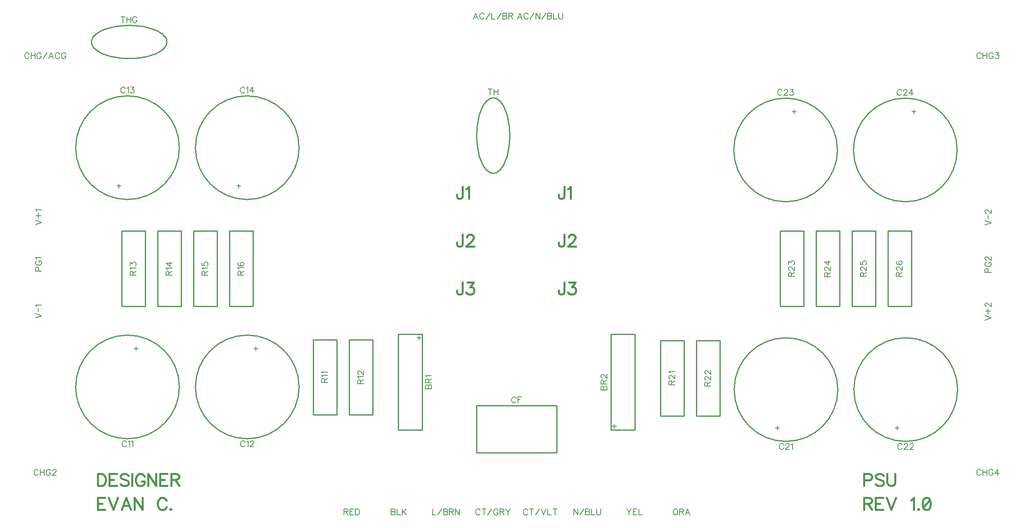
<source format=gbr>
G04 DipTrace 3.3.1.3*
G04 TopSilk.gbr*
%MOMM*%
G04 #@! TF.FileFunction,Legend,Top*
G04 #@! TF.Part,Single*
%ADD10C,0.25*%
%ADD40C,0.19608*%
%ADD41C,0.39216*%
%ADD42C,0.15686*%
%FSLAX35Y35*%
G04*
G71*
G90*
G75*
G01*
G04 TopSilk*
%LPD*%
X9414000Y3135500D2*
D10*
X9922005D1*
Y5167500D1*
X9414000D1*
Y3135500D1*
X14430000Y5167500D2*
X13921995D1*
Y3135500D1*
X14430000D1*
Y5167500D1*
X2567000Y4048767D2*
G02X2567000Y4048767I1100000J0D01*
G01*
X5107000D2*
G02X5107000Y4048767I1100000J0D01*
G01*
X2567000Y9128767D2*
G02X2567000Y9128767I1100000J0D01*
G01*
X5107000D2*
G02X5107000Y9128767I1100000J0D01*
G01*
X16537000Y3992500D2*
G02X16537000Y3992500I1100000J0D01*
G01*
X19077000D2*
G02X19077000Y3992500I1100000J0D01*
G01*
X16529000Y9080500D2*
G02X16529000Y9080500I1100000J0D01*
G01*
X19069000D2*
G02X19069000Y9080500I1100000J0D01*
G01*
X11072000Y3651500D2*
X12772000D1*
Y2651500D1*
X11072000D1*
Y3651500D1*
X7608000Y3454490D2*
X8108000D1*
Y5054510D1*
X7608000D1*
Y3454490D1*
X8370000D2*
X8870000D1*
Y5054510D1*
X8370000D1*
Y3454490D1*
X4044000Y7360510D2*
X3544000D1*
Y5760490D1*
X4044000D1*
Y7360510D1*
X4806000D2*
X4306000D1*
Y5760490D1*
X4806000D1*
Y7360510D1*
X5568000D2*
X5068000D1*
Y5760490D1*
X5568000D1*
Y7360510D1*
X6330000D2*
X5830000D1*
Y5760490D1*
X6330000D1*
Y7360510D1*
X15474000Y5034510D2*
X14974000D1*
Y3434490D1*
X15474000D1*
Y5034510D1*
X16236000D2*
X15736000D1*
Y3434490D1*
X16236000D1*
Y5034510D1*
X18014000Y7360510D2*
X17514000D1*
Y5760490D1*
X18014000D1*
Y7360510D1*
X18776000D2*
X18276000D1*
Y5760490D1*
X18776000D1*
Y7360510D1*
X19538000D2*
X19038000D1*
Y5760490D1*
X19538000D1*
Y7360510D1*
X20300000D2*
X19800000D1*
Y5760490D1*
X20300000D1*
Y7360510D1*
X11072000Y9389500D2*
X11072853Y9445305D1*
X11075406Y9500838D1*
X11079648Y9555829D1*
X11085558Y9610010D1*
X11093108Y9663116D1*
X11102259Y9714889D1*
X11112968Y9765077D1*
X11125183Y9813435D1*
X11138844Y9859728D1*
X11153884Y9903730D1*
X11170231Y9945227D1*
X11187804Y9984016D1*
X11206518Y10019909D1*
X11226282Y10052730D1*
X11247000Y10082320D1*
X11268570Y10108535D1*
X11290888Y10131247D1*
X11313844Y10150345D1*
X11337327Y10165737D1*
X11361223Y10177346D1*
X11385415Y10185118D1*
X11409785Y10189013D1*
X11434215D1*
X11458585Y10185118D1*
X11482777Y10177346D1*
X11506673Y10165737D1*
X11530156Y10150345D1*
X11553112Y10131247D1*
X11575430Y10108535D1*
X11597000Y10082320D1*
X11617718Y10052730D1*
X11637482Y10019909D1*
X11656196Y9984016D1*
X11673769Y9945227D1*
X11690116Y9903730D1*
X11705156Y9859728D1*
X11718817Y9813435D1*
X11731032Y9765077D1*
X11741741Y9714889D1*
X11750892Y9663116D1*
X11758442Y9610010D1*
X11764352Y9555829D1*
X11768594Y9500838D1*
X11771147Y9445305D1*
X11772000Y9389500D1*
X11771147Y9333695D1*
X11768594Y9278162D1*
X11764352Y9223171D1*
X11758442Y9168990D1*
X11750892Y9115884D1*
X11741741Y9064111D1*
X11731032Y9013923D1*
X11718817Y8965565D1*
X11705156Y8919272D1*
X11690116Y8875270D1*
X11673769Y8833773D1*
X11656196Y8794984D1*
X11637482Y8759091D1*
X11617718Y8726270D1*
X11597000Y8696680D1*
X11575430Y8670465D1*
X11553112Y8647753D1*
X11530156Y8628655D1*
X11506673Y8613263D1*
X11482777Y8601654D1*
X11458585Y8593882D1*
X11434215Y8589987D1*
X11409785D1*
X11385415Y8593882D1*
X11361223Y8601654D1*
X11337327Y8613263D1*
X11313844Y8628655D1*
X11290888Y8647753D1*
X11268570Y8670465D1*
X11247000Y8696680D1*
X11226282Y8726270D1*
X11206518Y8759091D1*
X11187804Y8794984D1*
X11170231Y8833773D1*
X11153884Y8875270D1*
X11138844Y8919272D1*
X11125183Y8965565D1*
X11112968Y9013923D1*
X11102259Y9064111D1*
X11093108Y9115884D1*
X11085558Y9168990D1*
X11079648Y9223171D1*
X11075406Y9278162D1*
X11072853Y9333695D1*
X11072000Y9389500D1*
X2897000Y11376500D2*
X2898949Y11400915D1*
X2904786Y11425211D1*
X2914482Y11449269D1*
X2927991Y11472973D1*
X2945246Y11496207D1*
X2966164Y11518858D1*
X2990642Y11540815D1*
X3018562Y11561972D1*
X3049786Y11582225D1*
X3084164Y11601476D1*
X3121528Y11619630D1*
X3161696Y11636601D1*
X3204471Y11652304D1*
X3249646Y11666663D1*
X3297000Y11679609D1*
X3346303Y11691078D1*
X3397315Y11701014D1*
X3449786Y11709370D1*
X3503462Y11716104D1*
X3558081Y11721183D1*
X3613377Y11724583D1*
X3669080Y11726287D1*
X3724920D1*
X3780623Y11724583D1*
X3835919Y11721183D1*
X3890538Y11716104D1*
X3944214Y11709370D1*
X3996685Y11701014D1*
X4047697Y11691078D1*
X4097000Y11679609D1*
X4144354Y11666663D1*
X4189529Y11652304D1*
X4232304Y11636601D1*
X4272472Y11619630D1*
X4309836Y11601476D1*
X4344214Y11582225D1*
X4375438Y11561972D1*
X4403358Y11540815D1*
X4427836Y11518858D1*
X4448754Y11496207D1*
X4466009Y11472973D1*
X4479518Y11449269D1*
X4489214Y11425211D1*
X4495051Y11400915D1*
X4497000Y11376500D1*
X4495051Y11352085D1*
X4489214Y11327789D1*
X4479518Y11303731D1*
X4466009Y11280027D1*
X4448754Y11256793D1*
X4427836Y11234142D1*
X4403358Y11212185D1*
X4375438Y11191028D1*
X4344214Y11170775D1*
X4309836Y11151524D1*
X4272472Y11133370D1*
X4232304Y11116399D1*
X4189529Y11100696D1*
X4144354Y11086337D1*
X4097000Y11073391D1*
X4047697Y11061922D1*
X3996685Y11051986D1*
X3944214Y11043630D1*
X3890538Y11036896D1*
X3835919Y11031817D1*
X3780623Y11028417D1*
X3724920Y11026713D1*
X3669080D1*
X3613377Y11028417D1*
X3558081Y11031817D1*
X3503462Y11036896D1*
X3449786Y11043630D1*
X3397315Y11051986D1*
X3346303Y11061922D1*
X3297000Y11073391D1*
X3249646Y11086337D1*
X3204471Y11100696D1*
X3161696Y11116399D1*
X3121528Y11133370D1*
X3084164Y11151524D1*
X3049786Y11170775D1*
X3018562Y11191028D1*
X2990642Y11212185D1*
X2966164Y11234142D1*
X2945246Y11256793D1*
X2927991Y11280027D1*
X2914482Y11303731D1*
X2904786Y11327789D1*
X2898949Y11352085D1*
X2897000Y11376500D1*
X11100865Y11859877D2*
D40*
X11052152Y11987487D1*
X11003579Y11859877D1*
X11021829Y11902414D2*
X11082615D1*
X11231191Y11957164D2*
X11225154Y11969237D1*
X11212941Y11981450D1*
X11200868Y11987487D1*
X11176581D1*
X11164368Y11981450D1*
X11152295Y11969237D1*
X11146118Y11957164D1*
X11140081Y11938914D1*
Y11908450D1*
X11146118Y11890340D1*
X11152295Y11878127D1*
X11164368Y11866054D1*
X11176581Y11859877D1*
X11200868D1*
X11212941Y11866054D1*
X11225154Y11878127D1*
X11231191Y11890340D1*
X11270406Y11859877D2*
X11355480Y11987346D1*
X11394695Y11987487D2*
Y11859877D1*
X11467555D1*
X11506770D2*
X11591844Y11987346D1*
X11631059Y11987487D2*
Y11859877D1*
X11685809D1*
X11704059Y11866054D1*
X11710096Y11872090D1*
X11716132Y11884164D1*
Y11902414D1*
X11710096Y11914627D1*
X11704059Y11920664D1*
X11685809Y11926700D1*
X11704059Y11932877D1*
X11710096Y11938914D1*
X11716132Y11950987D1*
Y11963200D1*
X11710096Y11975273D1*
X11704059Y11981450D1*
X11685809Y11987487D1*
X11631059D1*
Y11926700D2*
X11685809D1*
X11755348D2*
X11809958D1*
X11828208Y11932877D1*
X11834385Y11938914D1*
X11840421Y11950987D1*
Y11963200D1*
X11834385Y11975273D1*
X11828208Y11981450D1*
X11809958Y11987487D1*
X11755348D1*
Y11859877D1*
X11797885Y11926700D2*
X11840421Y11859877D1*
X12038721D2*
X11990008Y11987487D1*
X11941435Y11859877D1*
X11959685Y11902414D2*
X12020471D1*
X12169046Y11957164D2*
X12163010Y11969237D1*
X12150796Y11981450D1*
X12138723Y11987487D1*
X12114437D1*
X12102223Y11981450D1*
X12090150Y11969237D1*
X12083973Y11957164D1*
X12077937Y11938914D1*
Y11908450D1*
X12083973Y11890340D1*
X12090150Y11878127D1*
X12102223Y11866054D1*
X12114437Y11859877D1*
X12138723D1*
X12150796Y11866054D1*
X12163010Y11878127D1*
X12169046Y11890340D1*
X12208262Y11859877D2*
X12293335Y11987346D1*
X12417624Y11987487D2*
Y11859877D1*
X12332551Y11987487D1*
Y11859877D1*
X12456840D2*
X12541913Y11987346D1*
X12581128Y11987487D2*
Y11859877D1*
X12635878D1*
X12654128Y11866054D1*
X12660165Y11872090D1*
X12666201Y11884164D1*
Y11902414D1*
X12660165Y11914627D1*
X12654128Y11920664D1*
X12635878Y11926700D1*
X12654128Y11932877D1*
X12660165Y11938914D1*
X12666201Y11950987D1*
Y11963200D1*
X12660165Y11975273D1*
X12654128Y11981450D1*
X12635878Y11987487D1*
X12581128D1*
Y11926700D2*
X12635878D1*
X12705417Y11987487D2*
Y11859877D1*
X12778277D1*
X12817492Y11987487D2*
Y11896377D1*
X12823529Y11878127D1*
X12835742Y11866054D1*
X12853992Y11859877D1*
X12866065D1*
X12884315Y11866054D1*
X12896529Y11878127D1*
X12902565Y11896377D1*
Y11987487D1*
X9261281Y1458425D2*
Y1330815D1*
X9316031D1*
X9334281Y1336992D1*
X9340318Y1343029D1*
X9346355Y1355102D1*
Y1373352D1*
X9340318Y1385565D1*
X9334281Y1391602D1*
X9316031Y1397638D1*
X9334281Y1403815D1*
X9340318Y1409852D1*
X9346355Y1421925D1*
Y1434138D1*
X9340318Y1446211D1*
X9334281Y1452388D1*
X9316031Y1458425D1*
X9261281D1*
Y1397638D2*
X9316031D1*
X9385570Y1458425D2*
Y1330815D1*
X9458430D1*
X9497645Y1458425D2*
Y1330815D1*
X9582719Y1458425D2*
X9497645Y1373352D1*
X9527969Y1403815D2*
X9582719Y1330815D1*
X9989575Y4011980D2*
X10117185D1*
Y4066730D1*
X10111008Y4084980D1*
X10104971Y4091016D1*
X10092898Y4097053D1*
X10074648D1*
X10062435Y4091016D1*
X10056398Y4084980D1*
X10050362Y4066730D1*
X10044185Y4084980D1*
X10038148Y4091016D1*
X10026075Y4097053D1*
X10013862D1*
X10001789Y4091016D1*
X9995612Y4084980D1*
X9989575Y4066730D1*
Y4011980D1*
X10050362D2*
Y4066730D1*
Y4136268D2*
Y4190878D1*
X10044185Y4209128D1*
X10038148Y4215305D1*
X10026075Y4221341D1*
X10013862D1*
X10001789Y4215305D1*
X9995612Y4209128D1*
X9989575Y4190878D1*
Y4136268D1*
X10117185D1*
X10050362Y4178805D2*
X10117185Y4221341D1*
X10014002Y4260557D2*
X10007825Y4272771D1*
X9989716Y4291021D1*
X10117185D1*
X13711513Y3984675D2*
X13839123D1*
Y4039425D1*
X13832946Y4057675D1*
X13826910Y4063711D1*
X13814837Y4069748D1*
X13796587D1*
X13784373Y4063711D1*
X13778337Y4057675D1*
X13772300Y4039425D1*
X13766123Y4057675D1*
X13760087Y4063711D1*
X13748014Y4069748D1*
X13735800D1*
X13723727Y4063712D1*
X13717550Y4057675D1*
X13711513Y4039425D1*
Y3984675D1*
X13772300D2*
Y4039425D1*
Y4108964D2*
Y4163573D1*
X13766123Y4181823D1*
X13760087Y4188000D1*
X13748014Y4194037D1*
X13735800D1*
X13723727Y4188000D1*
X13717550Y4181823D1*
X13711514Y4163573D1*
Y4108964D1*
X13839123D1*
X13772300Y4151500D2*
X13839123Y4194037D1*
X13741977Y4239429D2*
X13735940D1*
X13723727Y4245466D1*
X13717690Y4251502D1*
X13711654Y4263716D1*
Y4288002D1*
X13717690Y4300075D1*
X13723727Y4306112D1*
X13735940Y4312289D1*
X13748014D1*
X13760227Y4306112D1*
X13778337Y4294039D1*
X13839123Y4233252D1*
Y4318325D1*
X3642876Y2875369D2*
X3636839Y2887442D1*
X3624626Y2899655D1*
X3612553Y2905692D1*
X3588266D1*
X3576053Y2899655D1*
X3563980Y2887442D1*
X3557803Y2875369D1*
X3551766Y2857119D1*
Y2826655D1*
X3557803Y2808545D1*
X3563980Y2796332D1*
X3576053Y2784259D1*
X3588266Y2778082D1*
X3612553D1*
X3624626Y2784259D1*
X3636839Y2796332D1*
X3642876Y2808545D1*
X3682091Y2881265D2*
X3694305Y2887442D1*
X3712555Y2905551D1*
Y2778082D1*
X3751770Y2881265D2*
X3763984Y2887442D1*
X3782234Y2905551D1*
Y2778082D1*
X6155571Y2875369D2*
X6149534Y2887442D1*
X6137321Y2899655D1*
X6125248Y2905692D1*
X6100961D1*
X6088748Y2899655D1*
X6076675Y2887442D1*
X6070498Y2875369D1*
X6064461Y2857119D1*
Y2826655D1*
X6070498Y2808545D1*
X6076675Y2796332D1*
X6088748Y2784259D1*
X6100961Y2778082D1*
X6125248D1*
X6137321Y2784259D1*
X6149534Y2796332D1*
X6155571Y2808545D1*
X6194787Y2881265D2*
X6207000Y2887442D1*
X6225250Y2905551D1*
Y2778082D1*
X6270643Y2875228D2*
Y2881265D1*
X6276679Y2893478D1*
X6282716Y2899515D1*
X6294929Y2905551D1*
X6319216D1*
X6331289Y2899515D1*
X6337325Y2893478D1*
X6343502Y2881265D1*
Y2869192D1*
X6337325Y2856978D1*
X6325252Y2838869D1*
X6264466Y2778082D1*
X6349539D1*
X3615571Y10384430D2*
X3609534Y10396503D1*
X3597321Y10408717D1*
X3585248Y10414753D1*
X3560961D1*
X3548748Y10408717D1*
X3536675Y10396503D1*
X3530498Y10384430D1*
X3524461Y10366180D1*
Y10335717D1*
X3530498Y10317607D1*
X3536675Y10305394D1*
X3548748Y10293321D1*
X3560961Y10287144D1*
X3585248D1*
X3597321Y10293321D1*
X3609534Y10305394D1*
X3615571Y10317607D1*
X3654787Y10390326D2*
X3667000Y10396503D1*
X3685250Y10414613D1*
Y10287144D1*
X3736679Y10414613D2*
X3803362D1*
X3767002Y10366040D1*
X3785252D1*
X3797325Y10360003D1*
X3803362Y10353967D1*
X3809539Y10335717D1*
Y10323644D1*
X3803362Y10305394D1*
X3791289Y10293180D1*
X3773039Y10287144D1*
X3754789D1*
X3736679Y10293180D1*
X3730643Y10299357D1*
X3724466Y10311430D1*
X6152553Y10384430D2*
X6146516Y10396503D1*
X6134303Y10408717D1*
X6122230Y10414753D1*
X6097943D1*
X6085730Y10408717D1*
X6073656Y10396503D1*
X6067480Y10384430D1*
X6061443Y10366180D1*
Y10335717D1*
X6067480Y10317607D1*
X6073656Y10305394D1*
X6085730Y10293321D1*
X6097943Y10287144D1*
X6122230D1*
X6134303Y10293321D1*
X6146516Y10305394D1*
X6152553Y10317607D1*
X6191768Y10390326D2*
X6203982Y10396503D1*
X6222232Y10414613D1*
Y10287144D1*
X6322234D2*
Y10414613D1*
X6261447Y10329680D1*
X6352557D1*
X17585571Y2819102D2*
X17579534Y2831175D1*
X17567321Y2843388D1*
X17555248Y2849425D1*
X17530961D1*
X17518748Y2843388D1*
X17506675Y2831175D1*
X17500498Y2819102D1*
X17494461Y2800852D1*
Y2770388D1*
X17500498Y2752279D1*
X17506675Y2740065D1*
X17518748Y2727992D1*
X17530961Y2721815D1*
X17555248D1*
X17567321Y2727992D1*
X17579534Y2740065D1*
X17585571Y2752279D1*
X17630963Y2818961D2*
Y2824998D1*
X17637000Y2837211D1*
X17643037Y2843248D1*
X17655250Y2849285D1*
X17679537D1*
X17691610Y2843248D1*
X17697646Y2837211D1*
X17703823Y2824998D1*
Y2812925D1*
X17697646Y2800711D1*
X17685573Y2782602D1*
X17624787Y2721815D1*
X17709860D1*
X17749075Y2824998D2*
X17761289Y2831175D1*
X17779539Y2849285D1*
Y2721815D1*
X20098266Y2819102D2*
X20092230Y2831175D1*
X20080016Y2843388D1*
X20067943Y2849425D1*
X20043656D1*
X20031443Y2843388D1*
X20019370Y2831175D1*
X20013193Y2819102D1*
X20007156Y2800852D1*
Y2770388D1*
X20013193Y2752279D1*
X20019370Y2740065D1*
X20031443Y2727992D1*
X20043656Y2721815D1*
X20067943D1*
X20080016Y2727992D1*
X20092230Y2740065D1*
X20098266Y2752279D1*
X20143659Y2818961D2*
Y2824998D1*
X20149695Y2837211D1*
X20155732Y2843248D1*
X20167945Y2849285D1*
X20192232D1*
X20204305Y2843248D1*
X20210341Y2837211D1*
X20216518Y2824998D1*
Y2812925D1*
X20210341Y2800711D1*
X20198268Y2782602D1*
X20137482Y2721815D1*
X20222555D1*
X20267947Y2818961D2*
Y2824998D1*
X20273984Y2837211D1*
X20280020Y2843248D1*
X20292234Y2849285D1*
X20316520D1*
X20328594Y2843248D1*
X20334630Y2837211D1*
X20340807Y2824998D1*
Y2812925D1*
X20334630Y2800711D1*
X20322557Y2782602D1*
X20261770Y2721815D1*
X20346844D1*
X17550266Y10336164D2*
X17544230Y10348237D1*
X17532016Y10360450D1*
X17519943Y10366487D1*
X17495656D1*
X17483443Y10360450D1*
X17471370Y10348237D1*
X17465193Y10336164D1*
X17459156Y10317914D1*
Y10287450D1*
X17465193Y10269340D1*
X17471370Y10257127D1*
X17483443Y10245054D1*
X17495656Y10238877D1*
X17519943D1*
X17532016Y10245054D1*
X17544230Y10257127D1*
X17550266Y10269340D1*
X17595659Y10336023D2*
Y10342060D1*
X17601695Y10354273D1*
X17607732Y10360310D1*
X17619945Y10366346D1*
X17644232D1*
X17656305Y10360310D1*
X17662341Y10354273D1*
X17668518Y10342060D1*
Y10329987D1*
X17662341Y10317773D1*
X17650268Y10299664D1*
X17589482Y10238877D1*
X17674555D1*
X17725984Y10366346D2*
X17792667D1*
X17756307Y10317773D1*
X17774557D1*
X17786630Y10311737D1*
X17792667Y10305700D1*
X17798844Y10287450D1*
Y10275377D1*
X17792667Y10257127D1*
X17780594Y10244914D1*
X17762344Y10238877D1*
X17744094D1*
X17725984Y10244914D1*
X17719947Y10251090D1*
X17713770Y10263164D1*
X20087248Y10336164D2*
X20081211Y10348237D1*
X20068998Y10360450D1*
X20056925Y10366487D1*
X20032638D1*
X20020425Y10360450D1*
X20008352Y10348237D1*
X20002175Y10336164D1*
X19996138Y10317914D1*
Y10287450D1*
X20002175Y10269340D1*
X20008352Y10257127D1*
X20020425Y10245054D1*
X20032638Y10238877D1*
X20056925D1*
X20068998Y10245054D1*
X20081211Y10257127D1*
X20087248Y10269340D1*
X20132640Y10336023D2*
Y10342060D1*
X20138677Y10354273D1*
X20144713Y10360310D1*
X20156927Y10366346D1*
X20181213D1*
X20193287Y10360310D1*
X20199323Y10354273D1*
X20205500Y10342060D1*
Y10329987D1*
X20199323Y10317773D1*
X20187250Y10299664D1*
X20126463Y10238877D1*
X20211537D1*
X20311539D2*
Y10366346D1*
X20250752Y10281414D1*
X20341862D1*
X11908429Y3807164D2*
X11902392Y3819237D1*
X11890179Y3831450D1*
X11878106Y3837487D1*
X11853819D1*
X11841606Y3831450D1*
X11829533Y3819237D1*
X11823356Y3807164D1*
X11817319Y3788914D1*
Y3758450D1*
X11823356Y3740340D1*
X11829533Y3728127D1*
X11841606Y3716054D1*
X11853819Y3709877D1*
X11878106D1*
X11890179Y3716054D1*
X11902392Y3728127D1*
X11908429Y3740340D1*
X12026681Y3837487D2*
X11947644D1*
Y3709877D1*
Y3776700D2*
X11996217D1*
X1778103Y2269104D2*
X1772067Y2281177D1*
X1759853Y2293390D1*
X1747780Y2299427D1*
X1723494D1*
X1711280Y2293390D1*
X1699207Y2281177D1*
X1693030Y2269104D1*
X1686994Y2250854D1*
Y2220390D1*
X1693030Y2202280D1*
X1699207Y2190067D1*
X1711280Y2177994D1*
X1723494Y2171817D1*
X1747780D1*
X1759853Y2177994D1*
X1772067Y2190067D1*
X1778103Y2202280D1*
X1817319Y2299427D2*
Y2171817D1*
X1902392Y2299427D2*
Y2171817D1*
X1817319Y2238640D2*
X1902392D1*
X2032717Y2269104D2*
X2026681Y2281177D1*
X2014467Y2293390D1*
X2002394Y2299427D1*
X1978108D1*
X1965894Y2293390D1*
X1953821Y2281177D1*
X1947644Y2269104D1*
X1941608Y2250854D1*
Y2220390D1*
X1947644Y2202280D1*
X1953821Y2190067D1*
X1965894Y2177994D1*
X1978108Y2171817D1*
X2002394D1*
X2014467Y2177994D1*
X2026681Y2190067D1*
X2032717Y2202280D1*
Y2220390D1*
X2002394D1*
X2078110Y2268963D2*
Y2275000D1*
X2084147Y2287213D1*
X2090183Y2293250D1*
X2102397Y2299286D1*
X2126683D1*
X2138756Y2293250D1*
X2144793Y2287213D1*
X2150970Y2275000D1*
Y2262927D1*
X2144793Y2250713D1*
X2132720Y2232604D1*
X2071933Y2171817D1*
X2157006D1*
X21778103Y11116162D2*
X21772067Y11128235D1*
X21759853Y11140448D1*
X21747780Y11146485D1*
X21723494D1*
X21711280Y11140448D1*
X21699207Y11128235D1*
X21693030Y11116162D1*
X21686994Y11097912D1*
Y11067448D1*
X21693030Y11049339D1*
X21699207Y11037125D1*
X21711280Y11025052D1*
X21723494Y11018875D1*
X21747780D1*
X21759853Y11025052D1*
X21772067Y11037125D1*
X21778103Y11049339D1*
X21817319Y11146485D2*
Y11018875D1*
X21902392Y11146485D2*
Y11018875D1*
X21817319Y11085698D2*
X21902392D1*
X22032717Y11116162D2*
X22026681Y11128235D1*
X22014467Y11140448D1*
X22002394Y11146485D1*
X21978108D1*
X21965894Y11140448D1*
X21953821Y11128235D1*
X21947644Y11116162D1*
X21941608Y11097912D1*
Y11067448D1*
X21947644Y11049339D1*
X21953821Y11037125D1*
X21965894Y11025052D1*
X21978108Y11018875D1*
X22002394D1*
X22014467Y11025052D1*
X22026681Y11037125D1*
X22032717Y11049339D1*
Y11067448D1*
X22002394D1*
X22084147Y11146345D2*
X22150829D1*
X22114470Y11097771D1*
X22132720D1*
X22144793Y11091735D1*
X22150829Y11085698D1*
X22157006Y11067448D1*
Y11055375D1*
X22150829Y11037125D1*
X22138756Y11024912D1*
X22120506Y11018875D1*
X22102256D1*
X22084147Y11024912D1*
X22078110Y11031089D1*
X22071933Y11043162D1*
X21775085Y2269104D2*
X21769049Y2281177D1*
X21756835Y2293390D1*
X21744762Y2299427D1*
X21720476D1*
X21708262Y2293390D1*
X21696189Y2281177D1*
X21690012Y2269104D1*
X21683976Y2250854D1*
Y2220390D1*
X21690012Y2202280D1*
X21696189Y2190067D1*
X21708262Y2177994D1*
X21720476Y2171817D1*
X21744762D1*
X21756835Y2177994D1*
X21769049Y2190067D1*
X21775085Y2202280D1*
X21814301Y2299427D2*
Y2171817D1*
X21899374Y2299427D2*
Y2171817D1*
X21814301Y2238640D2*
X21899374D1*
X22029699Y2269104D2*
X22023663Y2281177D1*
X22011449Y2293390D1*
X21999376Y2299427D1*
X21975090D1*
X21962876Y2293390D1*
X21950803Y2281177D1*
X21944626Y2269104D1*
X21938590Y2250854D1*
Y2220390D1*
X21944626Y2202280D1*
X21950803Y2190067D1*
X21962876Y2177994D1*
X21975090Y2171817D1*
X21999376D1*
X22011449Y2177994D1*
X22023663Y2190067D1*
X22029699Y2202280D1*
Y2220390D1*
X21999376D1*
X22129701Y2171817D2*
Y2299286D1*
X22068915Y2214354D1*
X22160024D1*
X1579527Y11116162D2*
X1573490Y11128235D1*
X1561277Y11140448D1*
X1549204Y11146485D1*
X1524917D1*
X1512704Y11140448D1*
X1500631Y11128235D1*
X1494454Y11116162D1*
X1488417Y11097912D1*
Y11067448D1*
X1494454Y11049339D1*
X1500631Y11037125D1*
X1512704Y11025052D1*
X1524917Y11018875D1*
X1549204D1*
X1561277Y11025052D1*
X1573490Y11037125D1*
X1579527Y11049339D1*
X1618743Y11146485D2*
Y11018875D1*
X1703816Y11146485D2*
Y11018875D1*
X1618743Y11085698D2*
X1703816D1*
X1834141Y11116162D2*
X1828105Y11128235D1*
X1815891Y11140448D1*
X1803818Y11146485D1*
X1779531D1*
X1767318Y11140448D1*
X1755245Y11128235D1*
X1749068Y11116162D1*
X1743031Y11097912D1*
Y11067448D1*
X1749068Y11049339D1*
X1755245Y11037125D1*
X1767318Y11025052D1*
X1779531Y11018875D1*
X1803818D1*
X1815891Y11025052D1*
X1828105Y11037125D1*
X1834141Y11049339D1*
Y11067448D1*
X1803818D1*
X1873357Y11018875D2*
X1958430Y11146345D1*
X2094932Y11018875D2*
X2046219Y11146485D1*
X1997645Y11018875D1*
X2015895Y11061412D2*
X2076682D1*
X2225257Y11116162D2*
X2219221Y11128235D1*
X2207007Y11140448D1*
X2194934Y11146485D1*
X2170648D1*
X2158434Y11140448D1*
X2146361Y11128235D1*
X2140184Y11116162D1*
X2134148Y11097912D1*
Y11067448D1*
X2140184Y11049339D1*
X2146361Y11037125D1*
X2158434Y11025052D1*
X2170648Y11018875D1*
X2194934D1*
X2207007Y11025052D1*
X2219221Y11037125D1*
X2225257Y11049339D1*
X2355583Y11116162D2*
X2349546Y11128235D1*
X2337333Y11140448D1*
X2325260Y11146485D1*
X2300973D1*
X2288760Y11140448D1*
X2276686Y11128235D1*
X2270510Y11116162D1*
X2264473Y11097912D1*
Y11067448D1*
X2270510Y11049339D1*
X2276686Y11037125D1*
X2288760Y11025052D1*
X2300973Y11018875D1*
X2325260D1*
X2337333Y11025052D1*
X2349546Y11037125D1*
X2355583Y11049339D1*
Y11067448D1*
X2325260D1*
X11147778Y1428102D2*
X11141742Y1440175D1*
X11129528Y1452388D1*
X11117455Y1458425D1*
X11093168D1*
X11080955Y1452388D1*
X11068882Y1440175D1*
X11062705Y1428102D1*
X11056668Y1409852D1*
Y1379388D1*
X11062705Y1361279D1*
X11068882Y1349065D1*
X11080955Y1336992D1*
X11093168Y1330815D1*
X11117455D1*
X11129528Y1336992D1*
X11141742Y1349065D1*
X11147778Y1361279D1*
X11229530Y1458425D2*
Y1330815D1*
X11186994Y1458425D2*
X11272067D1*
X11311283Y1330815D2*
X11396356Y1458285D1*
X11526681Y1428102D2*
X11520644Y1440175D1*
X11508431Y1452388D1*
X11496358Y1458425D1*
X11472071D1*
X11459858Y1452388D1*
X11447785Y1440175D1*
X11441608Y1428102D1*
X11435571Y1409852D1*
Y1379388D1*
X11441608Y1361279D1*
X11447785Y1349065D1*
X11459858Y1336992D1*
X11472071Y1330815D1*
X11496358D1*
X11508431Y1336992D1*
X11520644Y1349065D1*
X11526681Y1361279D1*
Y1379388D1*
X11496358D1*
X11565897Y1397638D2*
X11620506D1*
X11638756Y1403815D1*
X11644933Y1409852D1*
X11650970Y1421925D1*
Y1434138D1*
X11644933Y1446211D1*
X11638756Y1452388D1*
X11620506Y1458425D1*
X11565897D1*
Y1330815D1*
X11608433Y1397638D2*
X11650970Y1330815D1*
X11690185Y1458425D2*
X11738758Y1397638D1*
Y1330815D1*
X11787332Y1458425D2*
X11738758Y1397638D1*
X12156903Y1428102D2*
X12150867Y1440175D1*
X12138653Y1452388D1*
X12126580Y1458425D1*
X12102293D1*
X12090080Y1452388D1*
X12078007Y1440175D1*
X12071830Y1428102D1*
X12065793Y1409852D1*
Y1379388D1*
X12071830Y1361279D1*
X12078007Y1349065D1*
X12090080Y1336992D1*
X12102293Y1330815D1*
X12126580D1*
X12138653Y1336992D1*
X12150867Y1349065D1*
X12156903Y1361279D1*
X12238655Y1458425D2*
Y1330815D1*
X12196119Y1458425D2*
X12281192D1*
X12320408Y1330815D2*
X12405481Y1458285D1*
X12444696Y1458425D2*
X12493269Y1330815D1*
X12541842Y1458425D1*
X12581058D2*
Y1330815D1*
X12653918D1*
X12735670Y1458425D2*
Y1330815D1*
X12693133Y1458425D2*
X12778207D1*
X10136993D2*
Y1330815D1*
X10209852D1*
X10249068D2*
X10334141Y1458285D1*
X10373357Y1458425D2*
Y1330815D1*
X10428107D1*
X10446357Y1336992D1*
X10452393Y1343029D1*
X10458430Y1355102D1*
Y1373352D1*
X10452393Y1385565D1*
X10446357Y1391602D1*
X10428107Y1397638D1*
X10446357Y1403815D1*
X10452393Y1409852D1*
X10458430Y1421925D1*
Y1434138D1*
X10452393Y1446211D1*
X10446357Y1452388D1*
X10428107Y1458425D1*
X10373357D1*
Y1397638D2*
X10428107D1*
X10497645D2*
X10552255D1*
X10570505Y1403815D1*
X10576682Y1409852D1*
X10582719Y1421925D1*
Y1434138D1*
X10576682Y1446211D1*
X10570505Y1452388D1*
X10552255Y1458425D1*
X10497645D1*
Y1330815D1*
X10540182Y1397638D2*
X10582719Y1330815D1*
X10707007Y1458425D2*
Y1330815D1*
X10621934Y1458425D1*
Y1330815D1*
X13222066Y1458425D2*
Y1330815D1*
X13136993Y1458425D1*
Y1330815D1*
X13261281D2*
X13346355Y1458285D1*
X13385570Y1458425D2*
Y1330815D1*
X13440320D1*
X13458570Y1336992D1*
X13464607Y1343029D1*
X13470643Y1355102D1*
Y1373352D1*
X13464607Y1385565D1*
X13458570Y1391602D1*
X13440320Y1397638D1*
X13458570Y1403815D1*
X13464607Y1409852D1*
X13470643Y1421925D1*
Y1434138D1*
X13464607Y1446211D1*
X13458570Y1452388D1*
X13440320Y1458425D1*
X13385570D1*
Y1397638D2*
X13440320D1*
X13509859Y1458425D2*
Y1330815D1*
X13582719D1*
X13621934Y1458425D2*
Y1367315D1*
X13627971Y1349065D1*
X13640184Y1336992D1*
X13658434Y1330815D1*
X13670507D1*
X13688757Y1336992D1*
X13700971Y1349065D1*
X13707007Y1367315D1*
Y1458425D1*
X15279531D2*
X15267318Y1452388D1*
X15255245Y1440175D1*
X15249068Y1428102D1*
X15243031Y1409852D1*
Y1379388D1*
X15249068Y1361279D1*
X15255245Y1349065D1*
X15267318Y1336992D1*
X15279531Y1330815D1*
X15303818D1*
X15315891Y1336992D1*
X15328105Y1349065D1*
X15334141Y1361279D1*
X15340178Y1379388D1*
Y1409852D1*
X15334141Y1428102D1*
X15328105Y1440175D1*
X15315891Y1452388D1*
X15303818Y1458425D1*
X15279531D1*
X15379393Y1397638D2*
X15434003D1*
X15452253Y1403815D1*
X15458430Y1409852D1*
X15464466Y1421925D1*
Y1434138D1*
X15458430Y1446211D1*
X15452253Y1452388D1*
X15434003Y1458425D1*
X15379393D1*
Y1330815D1*
X15421930Y1397638D2*
X15464466Y1330815D1*
X15600969D2*
X15552255Y1458425D1*
X15503682Y1330815D1*
X15521932Y1373352D2*
X15582719D1*
X1779836Y6508962D2*
X1779837Y6563712D1*
X1773800Y6581821D1*
X1767623Y6587998D1*
X1755550Y6594035D1*
X1737300D1*
X1725227Y6587998D1*
X1719050Y6581821D1*
X1713013Y6563712D1*
Y6508962D1*
X1840623D1*
X1743337Y6724360D2*
X1731264Y6718323D1*
X1719050Y6706110D1*
X1713014Y6694037D1*
Y6669750D1*
X1719050Y6657537D1*
X1731264Y6645464D1*
X1743337Y6639287D1*
X1761587Y6633250D1*
X1792050D1*
X1810160Y6639287D1*
X1822373Y6645464D1*
X1834446Y6657537D1*
X1840623Y6669750D1*
Y6694037D1*
X1834446Y6706110D1*
X1822373Y6718323D1*
X1810160Y6724360D1*
X1792050D1*
Y6694037D1*
X1737440Y6763575D2*
X1731264Y6775789D1*
X1713154Y6794039D1*
X1840623D1*
X21927898Y6481657D2*
Y6536407D1*
X21921862Y6554516D1*
X21915685Y6560693D1*
X21903612Y6566730D1*
X21885362D1*
X21873289Y6560693D1*
X21867112Y6554516D1*
X21861075Y6536407D1*
Y6481657D1*
X21988685D1*
X21891398Y6697055D2*
X21879325Y6691018D1*
X21867112Y6678805D1*
X21861075Y6666732D1*
Y6642445D1*
X21867112Y6630232D1*
X21879325Y6618159D1*
X21891398Y6611982D1*
X21909648Y6605945D1*
X21940112D1*
X21958221Y6611982D1*
X21970435Y6618159D1*
X21982508Y6630232D1*
X21988685Y6642445D1*
Y6666732D1*
X21982508Y6678805D1*
X21970435Y6691018D1*
X21958221Y6697055D1*
X21940112D1*
Y6666732D1*
X21891539Y6742447D2*
X21885502Y6742448D1*
X21873289Y6748484D1*
X21867252Y6754521D1*
X21861216Y6766734D1*
Y6791021D1*
X21867252Y6803094D1*
X21873289Y6809130D1*
X21885502Y6815307D1*
X21897575D1*
X21909789Y6809130D1*
X21927898Y6797057D1*
X21988685Y6736271D1*
Y6821344D1*
X7847331Y4142285D2*
Y4196894D1*
X7841154Y4215144D1*
X7835117Y4221321D1*
X7823044Y4227358D1*
X7810831D1*
X7798758Y4221321D1*
X7792581Y4215144D1*
X7786544Y4196894D1*
Y4142285D1*
X7914154D1*
X7847331Y4184821D2*
X7914154Y4227357D1*
X7810971Y4266573D2*
X7804794Y4278787D1*
X7786685Y4297037D1*
X7914154D1*
X7810971Y4336252D2*
X7804794Y4348466D1*
X7786685Y4366716D1*
X7914154D1*
X8609331Y4114980D2*
Y4169589D1*
X8603154Y4187839D1*
X8597117Y4194016D1*
X8585044Y4200053D1*
X8572831D1*
X8560758Y4194016D1*
X8554581Y4187839D1*
X8548544Y4169589D1*
Y4114980D1*
X8676154D1*
X8609331Y4157516D2*
X8676154Y4200053D1*
X8572971Y4239268D2*
X8566794Y4251482D1*
X8548685Y4269732D1*
X8676154D1*
X8579008Y4315124D2*
X8572971D1*
X8560758Y4321161D1*
X8554721Y4327198D1*
X8548685Y4339411D1*
Y4363698D1*
X8554721Y4375771D1*
X8560758Y4381807D1*
X8572971Y4387984D1*
X8585044D1*
X8597258Y4381807D1*
X8615367Y4369734D1*
X8676154Y4308947D1*
Y4394021D1*
X3783331Y6420980D2*
Y6475589D1*
X3777154Y6493839D1*
X3771117Y6500016D1*
X3759044Y6506053D1*
X3746831D1*
X3734758Y6500016D1*
X3728581Y6493839D1*
X3722544Y6475589D1*
Y6420980D1*
X3850154D1*
X3783331Y6463516D2*
X3850154Y6506053D1*
X3746971Y6545268D2*
X3740794Y6557482D1*
X3722685Y6575732D1*
X3850154D1*
X3722685Y6627161D2*
Y6693844D1*
X3771258Y6657484D1*
Y6675734D1*
X3777294Y6687807D1*
X3783331Y6693844D1*
X3801581Y6700021D1*
X3813654D1*
X3831904Y6693844D1*
X3844117Y6681771D1*
X3850154Y6663521D1*
Y6645271D1*
X3844117Y6627161D1*
X3837940Y6621124D1*
X3825867Y6614947D1*
X4545331Y6417962D2*
Y6472571D1*
X4539154Y6490821D1*
X4533117Y6496998D1*
X4521044Y6503035D1*
X4508831D1*
X4496758Y6496998D1*
X4490581Y6490821D1*
X4484544Y6472571D1*
Y6417962D1*
X4612154D1*
X4545331Y6460498D2*
X4612154Y6503034D1*
X4508971Y6542250D2*
X4502794Y6554464D1*
X4484685Y6572714D1*
X4612154Y6572713D1*
Y6672716D2*
X4484685D1*
X4569617Y6611929D1*
Y6703039D1*
X5307331Y6420980D2*
Y6475589D1*
X5301154Y6493839D1*
X5295117Y6500016D1*
X5283044Y6506053D1*
X5270831D1*
X5258758Y6500016D1*
X5252581Y6493839D1*
X5246544Y6475589D1*
Y6420980D1*
X5374154D1*
X5307331Y6463516D2*
X5374154Y6506053D1*
X5270971Y6545268D2*
X5264794Y6557482D1*
X5246685Y6575732D1*
X5374154D1*
X5246685Y6687807D2*
Y6627161D1*
X5301294Y6621124D1*
X5295258Y6627161D1*
X5289081Y6645411D1*
Y6663521D1*
X5295258Y6681771D1*
X5307331Y6693984D1*
X5325581Y6700021D1*
X5337654D1*
X5355904Y6693984D1*
X5368117Y6681771D1*
X5374154Y6663521D1*
Y6645411D1*
X5368117Y6627161D1*
X5361940Y6621124D1*
X5349867Y6614947D1*
X6069331Y6424068D2*
Y6478678D1*
X6063154Y6496928D1*
X6057117Y6503105D1*
X6045044Y6509141D1*
X6032831D1*
X6020758Y6503105D1*
X6014581Y6496928D1*
X6008544Y6478678D1*
Y6424068D1*
X6136154D1*
X6069331Y6466605D2*
X6136154Y6509141D1*
X6032971Y6548357D2*
X6026794Y6560570D1*
X6008685Y6578820D1*
X6136154D1*
X6026794Y6690896D2*
X6014721Y6684859D1*
X6008685Y6666609D1*
Y6654536D1*
X6014721Y6636286D1*
X6032971Y6624073D1*
X6063294Y6618036D1*
X6093617D1*
X6117904Y6624072D1*
X6130117Y6636286D1*
X6136154Y6654536D1*
Y6660572D1*
X6130117Y6678682D1*
X6117904Y6690896D1*
X6099654Y6696932D1*
X6093617D1*
X6075367Y6690896D1*
X6063294Y6678682D1*
X6057258Y6660572D1*
Y6654536D1*
X6063294Y6636286D1*
X6075367Y6624072D1*
X6093617Y6618036D1*
X15213331Y4094980D2*
Y4149589D1*
X15207154Y4167839D1*
X15201117Y4174016D1*
X15189044Y4180053D1*
X15176831D1*
X15164758Y4174016D1*
X15158581Y4167839D1*
X15152544Y4149589D1*
Y4094980D1*
X15280154D1*
X15213331Y4137516D2*
X15280154Y4180053D1*
X15183008Y4225445D2*
X15176971D1*
X15164758Y4231482D1*
X15158721Y4237518D1*
X15152685Y4249732D1*
Y4274018D1*
X15158721Y4286091D1*
X15164758Y4292128D1*
X15176971Y4298305D1*
X15189044D1*
X15201258Y4292128D1*
X15219367Y4280055D1*
X15280154Y4219268D1*
Y4304341D1*
X15176971Y4343557D2*
X15170794Y4355771D1*
X15152685Y4374021D1*
X15280154D1*
X15975331Y4067675D2*
Y4122285D1*
X15969154Y4140535D1*
X15963117Y4146711D1*
X15951044Y4152748D1*
X15938831D1*
X15926758Y4146712D1*
X15920581Y4140535D1*
X15914544Y4122285D1*
Y4067675D1*
X16042154D1*
X15975331Y4110212D2*
X16042154Y4152748D1*
X15945008Y4198141D2*
X15938971D1*
X15926758Y4204177D1*
X15920721Y4210214D1*
X15914685Y4222427D1*
Y4246714D1*
X15920721Y4258787D1*
X15926758Y4264823D1*
X15938971Y4271000D1*
X15951044D1*
X15963258Y4264823D1*
X15981367Y4252750D1*
X16042154Y4191964D1*
Y4277037D1*
X15945008Y4322429D2*
X15938971D1*
X15926758Y4328466D1*
X15920721Y4334502D1*
X15914685Y4346716D1*
Y4371002D1*
X15920721Y4383075D1*
X15926758Y4389112D1*
X15938971Y4395289D1*
X15951044D1*
X15963258Y4389112D1*
X15981367Y4377039D1*
X16042154Y4316252D1*
Y4401325D1*
X17753331Y6393675D2*
Y6448285D1*
X17747154Y6466535D1*
X17741117Y6472711D1*
X17729044Y6478748D1*
X17716831D1*
X17704758Y6472712D1*
X17698581Y6466535D1*
X17692544Y6448285D1*
Y6393675D1*
X17820154D1*
X17753331Y6436212D2*
X17820154Y6478748D1*
X17723008Y6524141D2*
X17716971D1*
X17704758Y6530177D1*
X17698721Y6536214D1*
X17692685Y6548427D1*
Y6572714D1*
X17698721Y6584787D1*
X17704758Y6590823D1*
X17716971Y6597000D1*
X17729044D1*
X17741258Y6590823D1*
X17759367Y6578750D1*
X17820154Y6517964D1*
Y6603037D1*
X17692685Y6654466D2*
Y6721148D1*
X17741258Y6684789D1*
Y6703039D1*
X17747294Y6715112D1*
X17753331Y6721148D1*
X17771581Y6727325D1*
X17783654D1*
X17801904Y6721148D1*
X17814117Y6709075D1*
X17820154Y6690825D1*
Y6672575D1*
X17814117Y6654466D1*
X17807940Y6648429D1*
X17795867Y6642252D1*
X18515331Y6390657D2*
Y6445266D1*
X18509154Y6463516D1*
X18503117Y6469693D1*
X18491044Y6475730D1*
X18478831D1*
X18466758Y6469693D1*
X18460581Y6463516D1*
X18454544Y6445266D1*
Y6390657D1*
X18582154D1*
X18515331Y6433193D2*
X18582154Y6475730D1*
X18485008Y6521122D2*
X18478971D1*
X18466758Y6527159D1*
X18460721Y6533195D1*
X18454685Y6545409D1*
Y6569695D1*
X18460721Y6581768D1*
X18466758Y6587805D1*
X18478971Y6593982D1*
X18491044D1*
X18503258Y6587805D1*
X18521367Y6575732D1*
X18582154Y6514945D1*
Y6600018D1*
Y6700021D2*
X18454685D1*
X18539617Y6639234D1*
Y6730344D1*
X19277331Y6393675D2*
Y6448285D1*
X19271154Y6466535D1*
X19265117Y6472711D1*
X19253044Y6478748D1*
X19240831D1*
X19228758Y6472712D1*
X19222581Y6466535D1*
X19216544Y6448285D1*
Y6393675D1*
X19344154D1*
X19277331Y6436212D2*
X19344154Y6478748D1*
X19247008Y6524141D2*
X19240971D1*
X19228758Y6530177D1*
X19222721Y6536214D1*
X19216685Y6548427D1*
Y6572714D1*
X19222721Y6584787D1*
X19228758Y6590823D1*
X19240971Y6597000D1*
X19253044D1*
X19265258Y6590823D1*
X19283367Y6578750D1*
X19344154Y6517964D1*
Y6603037D1*
X19216685Y6715112D2*
Y6654466D1*
X19271294Y6648429D1*
X19265258Y6654466D1*
X19259081Y6672716D1*
Y6690825D1*
X19265258Y6709075D1*
X19277331Y6721289D1*
X19295581Y6727325D1*
X19307654D1*
X19325904Y6721289D1*
X19338117Y6709075D1*
X19344154Y6690825D1*
Y6672716D1*
X19338117Y6654466D1*
X19331940Y6648429D1*
X19319867Y6642252D1*
X20039331Y6396763D2*
Y6451373D1*
X20033154Y6469623D1*
X20027117Y6475800D1*
X20015044Y6481836D1*
X20002831D1*
X19990758Y6475800D1*
X19984581Y6469623D1*
X19978544Y6451373D1*
Y6396763D1*
X20106154D1*
X20039331Y6439300D2*
X20106154Y6481836D1*
X20009008Y6527229D2*
X20002971D1*
X19990758Y6533266D1*
X19984721Y6539302D1*
X19978685Y6551516D1*
Y6575802D1*
X19984721Y6587875D1*
X19990758Y6593912D1*
X20002971Y6600089D1*
X20015044D1*
X20027258Y6593912D1*
X20045367Y6581839D1*
X20106154Y6521052D1*
Y6606125D1*
X19996794Y6718200D2*
X19984721Y6712164D1*
X19978685Y6693914D1*
Y6681841D1*
X19984721Y6663591D1*
X20002971Y6651377D1*
X20033294Y6645341D1*
X20063617D1*
X20087904Y6651377D1*
X20100117Y6663591D1*
X20106154Y6681841D1*
Y6687877D1*
X20100117Y6705987D1*
X20087904Y6718200D1*
X20069654Y6724237D1*
X20063617D1*
X20045367Y6718200D1*
X20033294Y6705987D1*
X20027258Y6687877D1*
Y6681841D1*
X20033294Y6663591D1*
X20045367Y6651377D1*
X20063617Y6645341D1*
X8258263Y1397638D2*
X8312873D1*
X8331123Y1403815D1*
X8337300Y1409852D1*
X8343336Y1421925D1*
Y1434138D1*
X8337300Y1446211D1*
X8331123Y1452388D1*
X8312873Y1458425D1*
X8258263D1*
Y1330815D1*
X8300800Y1397638D2*
X8343336Y1330815D1*
X8461448Y1458425D2*
X8382552D1*
Y1330815D1*
X8461448D1*
X8382552Y1397638D2*
X8431125D1*
X8500664Y1458425D2*
Y1330815D1*
X8543200D1*
X8561450Y1336992D1*
X8573664Y1349065D1*
X8579700Y1361279D1*
X8585737Y1379388D1*
Y1409852D1*
X8579700Y1428102D1*
X8573664Y1440175D1*
X8561450Y1452388D1*
X8543200Y1458425D1*
X8500664D1*
X11359856Y10375487D2*
Y10247877D1*
X11317319Y10375487D2*
X11402392D1*
X11441608D2*
Y10247877D1*
X11526681Y10375487D2*
Y10247877D1*
X11441608Y10314700D2*
X11526681D1*
X3569693Y11912487D2*
Y11784877D1*
X3527156Y11912487D2*
X3612230D1*
X3651445D2*
Y11784877D1*
X3736518Y11912487D2*
Y11784877D1*
X3651445Y11851700D2*
X3736518D1*
X3866844Y11882164D2*
X3860807Y11894237D1*
X3848594Y11906450D1*
X3836520Y11912487D1*
X3812234D1*
X3800020Y11906450D1*
X3787947Y11894237D1*
X3781770Y11882164D1*
X3775734Y11863914D1*
Y11833450D1*
X3781770Y11815340D1*
X3787947Y11803127D1*
X3800020Y11791054D1*
X3812234Y11784877D1*
X3836520D1*
X3848594Y11791054D1*
X3860807Y11803127D1*
X3866844Y11815340D1*
Y11833450D1*
X3836520D1*
X1713013Y7493800D2*
X1840623Y7542373D1*
X1713014Y7590946D1*
X1722209Y7684771D2*
X1831568D1*
X1776959Y7630162D2*
Y7739521D1*
X1737440Y7778737D2*
X1731264Y7790950D1*
X1713154Y7809200D1*
X1840623D1*
X21861075Y5466495D2*
X21988685Y5515068D1*
X21861075Y5563641D1*
X21870270Y5657466D2*
X21979630D1*
X21925020Y5602857D2*
Y5712216D1*
X21891539Y5757609D2*
X21885502D1*
X21873289Y5763646D1*
X21867252Y5769682D1*
X21861216Y5781896D1*
Y5806182D1*
X21867252Y5818255D1*
X21873289Y5824292D1*
X21885502Y5830469D1*
X21897575D1*
X21909789Y5824292D1*
X21927898Y5812219D1*
X21988685Y5751432D1*
Y5836505D1*
X1713013Y5513384D2*
X1840623Y5561957D1*
X1713014Y5610530D1*
X1776889Y5649745D2*
Y5719938D1*
X1737440Y5759153D2*
X1731264Y5771367D1*
X1713154Y5789617D1*
X1840623D1*
X21861075Y7486079D2*
X21988685Y7534652D1*
X21861075Y7583225D1*
X21924950Y7622441D2*
Y7692633D1*
X21891539Y7738025D2*
X21885502D1*
X21873289Y7744062D1*
X21867252Y7750098D1*
X21861216Y7762312D1*
Y7786598D1*
X21867252Y7798672D1*
X21873289Y7804708D1*
X21885502Y7810885D1*
X21897575D1*
X21909789Y7804708D1*
X21927898Y7792635D1*
X21988685Y7731848D1*
Y7816921D1*
X14258333Y1458425D2*
X14306906Y1397638D1*
Y1330815D1*
X14355480Y1458425D2*
X14306906Y1397638D1*
X14473591Y1458425D2*
X14394695D1*
Y1330815D1*
X14473591D1*
X14394695Y1397638D2*
X14443268D1*
X14512807Y1458425D2*
Y1330815D1*
X14585667D1*
X10773574Y8299457D2*
D41*
Y8105164D1*
X10761501Y8068664D1*
X10749147Y8056591D1*
X10725001Y8044237D1*
X10700574D1*
X10676428Y8056591D1*
X10664355Y8068664D1*
X10652001Y8105164D1*
Y8129310D1*
X10852006Y8250603D2*
X10876433Y8262957D1*
X10912933Y8299176D1*
Y8044237D1*
X12932574Y8299457D2*
Y8105164D1*
X12920501Y8068664D1*
X12908147Y8056591D1*
X12884001Y8044237D1*
X12859574D1*
X12835428Y8056591D1*
X12823355Y8068664D1*
X12811001Y8105164D1*
Y8129310D1*
X13011006Y8250603D2*
X13035433Y8262957D1*
X13071933Y8299176D1*
Y8044237D1*
X12932574Y7283457D2*
Y7089164D1*
X12920501Y7052664D1*
X12908147Y7040591D1*
X12884001Y7028237D1*
X12859574D1*
X12835428Y7040591D1*
X12823355Y7052664D1*
X12811001Y7089164D1*
Y7113310D1*
X13023359Y7222530D2*
Y7234603D1*
X13035433Y7259030D1*
X13047506Y7271103D1*
X13071933Y7283176D1*
X13120506D1*
X13144652Y7271103D1*
X13156725Y7259030D1*
X13169079Y7234603D1*
Y7210457D1*
X13156725Y7186030D1*
X13132579Y7149810D1*
X13011006Y7028237D1*
X13181152D1*
X10773574Y7283457D2*
Y7089164D1*
X10761501Y7052664D1*
X10749147Y7040591D1*
X10725001Y7028237D1*
X10700574D1*
X10676428Y7040591D1*
X10664355Y7052664D1*
X10652001Y7089164D1*
Y7113310D1*
X10864359Y7222530D2*
Y7234603D1*
X10876433Y7259030D1*
X10888506Y7271103D1*
X10912933Y7283176D1*
X10961506D1*
X10985652Y7271103D1*
X10997725Y7259030D1*
X11010079Y7234603D1*
Y7210457D1*
X10997725Y7186030D1*
X10973579Y7149810D1*
X10852006Y7028237D1*
X11022152D1*
X12932574Y6267457D2*
Y6073164D1*
X12920501Y6036664D1*
X12908147Y6024591D1*
X12884001Y6012237D1*
X12859574D1*
X12835428Y6024591D1*
X12823355Y6036664D1*
X12811001Y6073164D1*
Y6097310D1*
X13035433Y6267176D2*
X13168798D1*
X13096079Y6170030D1*
X13132579D1*
X13156725Y6157957D1*
X13168798Y6145883D1*
X13181152Y6109383D1*
Y6085237D1*
X13168798Y6048737D1*
X13144652Y6024310D1*
X13108152Y6012237D1*
X13071652D1*
X13035433Y6024310D1*
X13023359Y6036664D1*
X13011006Y6060810D1*
X10773574Y6267457D2*
Y6073164D1*
X10761501Y6036664D1*
X10749147Y6024591D1*
X10725001Y6012237D1*
X10700574D1*
X10676428Y6024591D1*
X10664355Y6036664D1*
X10652001Y6073164D1*
Y6097310D1*
X10876433Y6267176D2*
X11009798D1*
X10937079Y6170030D1*
X10973579D1*
X10997725Y6157957D1*
X11009798Y6145883D1*
X11022152Y6109383D1*
Y6085237D1*
X11009798Y6048737D1*
X10985652Y6024310D1*
X10949152Y6012237D1*
X10912652D1*
X10876433Y6024310D1*
X10864359Y6036664D1*
X10852006Y6060810D1*
X3189793Y1695457D2*
X3032001D1*
Y1440237D1*
X3189793D1*
X3032001Y1573883D2*
X3129147D1*
X3268225Y1695457D2*
X3365371Y1440237D1*
X3462517Y1695457D1*
X3735522Y1440237D2*
X3638095Y1695457D1*
X3540949Y1440237D1*
X3577449Y1525310D2*
X3699022D1*
X3984099Y1695457D2*
Y1440237D1*
X3813953Y1695457D1*
Y1440237D1*
X4491643Y1634810D2*
X4479570Y1658957D1*
X4455143Y1683383D1*
X4430997Y1695457D1*
X4382423D1*
X4357997Y1683383D1*
X4333850Y1658957D1*
X4321497Y1634810D1*
X4309423Y1598310D1*
Y1537383D1*
X4321497Y1501164D1*
X4333850Y1476737D1*
X4357997Y1452591D1*
X4382423Y1440237D1*
X4430997D1*
X4455143Y1452591D1*
X4479570Y1476737D1*
X4491643Y1501164D1*
X4582147Y1464664D2*
X4570074Y1452310D1*
X4582147Y1440237D1*
X4594501Y1452310D1*
X4582147Y1464664D1*
X3032001Y2203457D2*
Y1948237D1*
X3117074D1*
X3153574Y1960591D1*
X3178001Y1984737D1*
X3190074Y2009164D1*
X3202147Y2045383D1*
Y2106310D1*
X3190074Y2142810D1*
X3178001Y2166957D1*
X3153574Y2191383D1*
X3117074Y2203457D1*
X3032001D1*
X3438371D2*
X3280579D1*
Y1948237D1*
X3438371D1*
X3280579Y2081883D2*
X3377725D1*
X3686949Y2166957D2*
X3662802Y2191383D1*
X3626302Y2203457D1*
X3577729D1*
X3541229Y2191383D1*
X3516802Y2166957D1*
Y2142810D1*
X3529156Y2118383D1*
X3541229Y2106310D1*
X3565375Y2094237D1*
X3638375Y2069810D1*
X3662802Y2057737D1*
X3674875Y2045383D1*
X3686949Y2021237D1*
Y1984737D1*
X3662802Y1960591D1*
X3626302Y1948237D1*
X3577729D1*
X3541229Y1960591D1*
X3516802Y1984737D1*
X3765380Y2203457D2*
Y1948237D1*
X4026031Y2142810D2*
X4013957Y2166957D1*
X3989531Y2191383D1*
X3965384Y2203457D1*
X3916811D1*
X3892384Y2191383D1*
X3868238Y2166957D1*
X3855884Y2142810D1*
X3843811Y2106310D1*
Y2045383D1*
X3855884Y2009164D1*
X3868238Y1984737D1*
X3892384Y1960591D1*
X3916811Y1948237D1*
X3965384D1*
X3989531Y1960591D1*
X4013957Y1984737D1*
X4026031Y2009164D1*
Y2045383D1*
X3965384D1*
X4274608Y2203457D2*
Y1948237D1*
X4104462Y2203457D1*
Y1948237D1*
X4510832Y2203457D2*
X4353039D1*
Y1948237D1*
X4510832D1*
X4353039Y2081883D2*
X4450186D1*
X4589263D2*
X4698482D1*
X4734982Y2094237D1*
X4747336Y2106310D1*
X4759409Y2130457D1*
Y2154883D1*
X4747336Y2179030D1*
X4734982Y2191383D1*
X4698482Y2203457D1*
X4589263D1*
Y1948237D1*
X4674336Y2081883D2*
X4759409Y1948237D1*
X19288001Y1573883D2*
X19397220D1*
X19433720Y1586237D1*
X19446074Y1598310D1*
X19458147Y1622457D1*
Y1646883D1*
X19446074Y1671030D1*
X19433720Y1683383D1*
X19397220Y1695457D1*
X19288001D1*
Y1440237D1*
X19373074Y1573883D2*
X19458147Y1440237D1*
X19694371Y1695457D2*
X19536579D1*
Y1440237D1*
X19694371D1*
X19536579Y1573883D2*
X19633725D1*
X19772802Y1695457D2*
X19869949Y1440237D1*
X19967095Y1695457D1*
X20292419Y1646603D2*
X20316846Y1658957D1*
X20353346Y1695176D1*
Y1440237D1*
X20443850Y1464664D2*
X20431777Y1452310D1*
X20443850Y1440237D1*
X20456204Y1452310D1*
X20443850Y1464664D1*
X20607636Y1695176D2*
X20571136Y1683103D1*
X20546709Y1646603D1*
X20534636Y1585957D1*
Y1549457D1*
X20546709Y1488810D1*
X20571136Y1452310D1*
X20607636Y1440237D1*
X20631782D1*
X20668282Y1452310D1*
X20692428Y1488810D1*
X20704782Y1549457D1*
Y1585957D1*
X20692428Y1646603D1*
X20668282Y1683103D1*
X20631782Y1695176D1*
X20607636D1*
X20692428Y1646603D2*
X20546709Y1488810D1*
X19288001Y2069810D2*
X19397501D1*
X19433720Y2081883D1*
X19446074Y2094237D1*
X19458147Y2118383D1*
Y2154883D1*
X19446074Y2179030D1*
X19433720Y2191383D1*
X19397501Y2203457D1*
X19288001D1*
Y1948237D1*
X19706725Y2166957D2*
X19682579Y2191383D1*
X19646079Y2203457D1*
X19597506D1*
X19561006Y2191383D1*
X19536579Y2166957D1*
Y2142810D1*
X19548933Y2118383D1*
X19561006Y2106310D1*
X19585152Y2094237D1*
X19658152Y2069810D1*
X19682579Y2057737D1*
X19694652Y2045383D1*
X19706725Y2021237D1*
Y1984737D1*
X19682579Y1960591D1*
X19646079Y1948237D1*
X19597506D1*
X19561006Y1960591D1*
X19536579Y1984737D1*
X19785156Y2203457D2*
Y2021237D1*
X19797229Y1984737D1*
X19821656Y1960591D1*
X19858156Y1948237D1*
X19882302D1*
X19918802Y1960591D1*
X19943229Y1984737D1*
X19955302Y2021237D1*
Y2203457D1*
X9805083Y5092031D2*
D42*
X9892571D1*
X9848883Y5048343D2*
Y5135831D1*
X14038917Y3210969D2*
X13951429D1*
X13995117Y3254657D2*
Y3167169D1*
X3804076Y4862378D2*
X3891564D1*
X3847876Y4818690D2*
Y4906178D1*
X6344076Y4862378D2*
X6431564D1*
X6387876Y4818690D2*
Y4906178D1*
X3529924Y8315156D2*
X3442436D1*
X3486124Y8358843D2*
Y8271356D1*
X6069924Y8315156D2*
X5982436D1*
X6026124Y8358843D2*
Y8271356D1*
X17499924Y3178889D2*
X17412436D1*
X17456124Y3222577D2*
Y3135089D1*
X20039924Y3178889D2*
X19952436D1*
X19996124Y3222577D2*
Y3135089D1*
X17766076Y9894111D2*
X17853564D1*
X17809876Y9850423D2*
Y9937911D1*
X20306076Y9894111D2*
X20393564D1*
X20349876Y9850423D2*
Y9937911D1*
M02*

</source>
